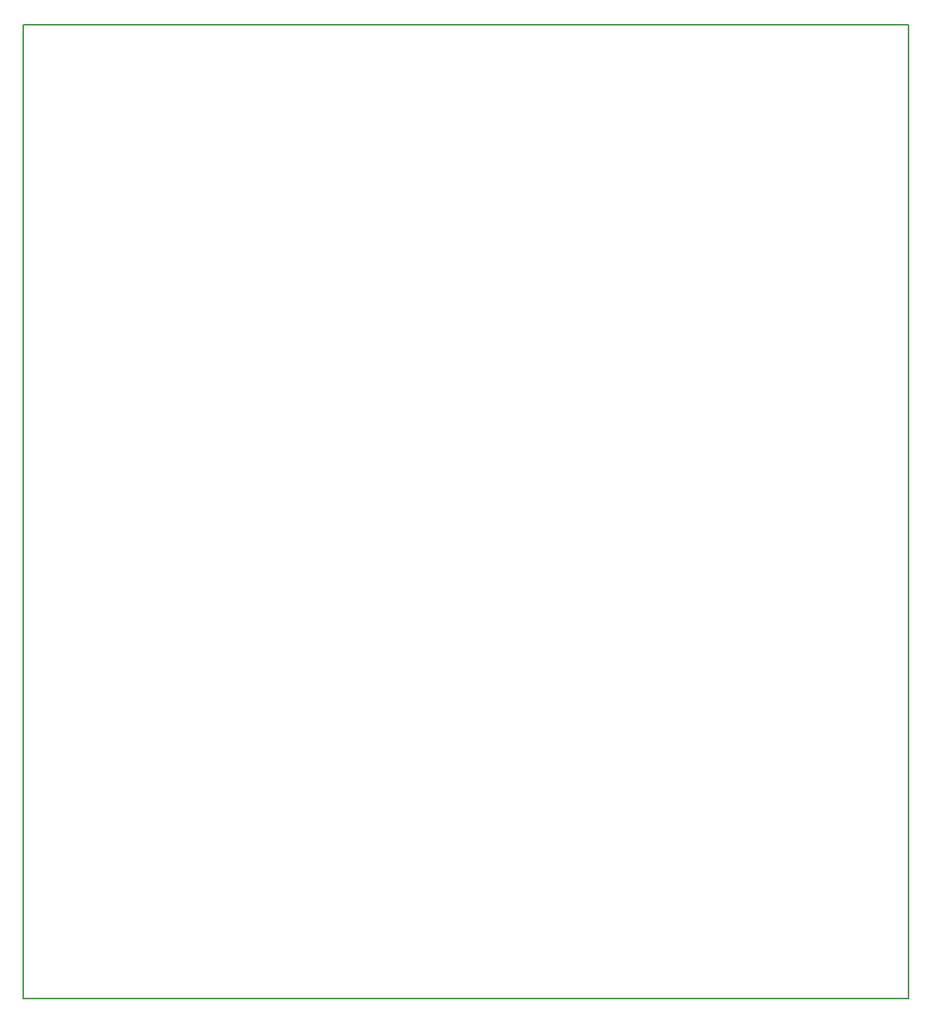
<source format=gm1>
G04 #@! TF.GenerationSoftware,KiCad,Pcbnew,(5.1.2)-1*
G04 #@! TF.CreationDate,2020-08-05T13:16:00-07:00*
G04 #@! TF.ProjectId,kicad-control-board,6b696361-642d-4636-9f6e-74726f6c2d62,rev?*
G04 #@! TF.SameCoordinates,Original*
G04 #@! TF.FileFunction,Profile,NP*
%FSLAX46Y46*%
G04 Gerber Fmt 4.6, Leading zero omitted, Abs format (unit mm)*
G04 Created by KiCad (PCBNEW (5.1.2)-1) date 2020-08-05 13:16:00*
%MOMM*%
%LPD*%
G04 APERTURE LIST*
%ADD10C,0.200000*%
G04 APERTURE END LIST*
D10*
X112000000Y-12000000D02*
X12000000Y-12000000D01*
X112000000Y-122000000D02*
X112000000Y-12000000D01*
X12000000Y-122000000D02*
X112000000Y-122000000D01*
X12000000Y-12000000D02*
X12000000Y-122000000D01*
M02*

</source>
